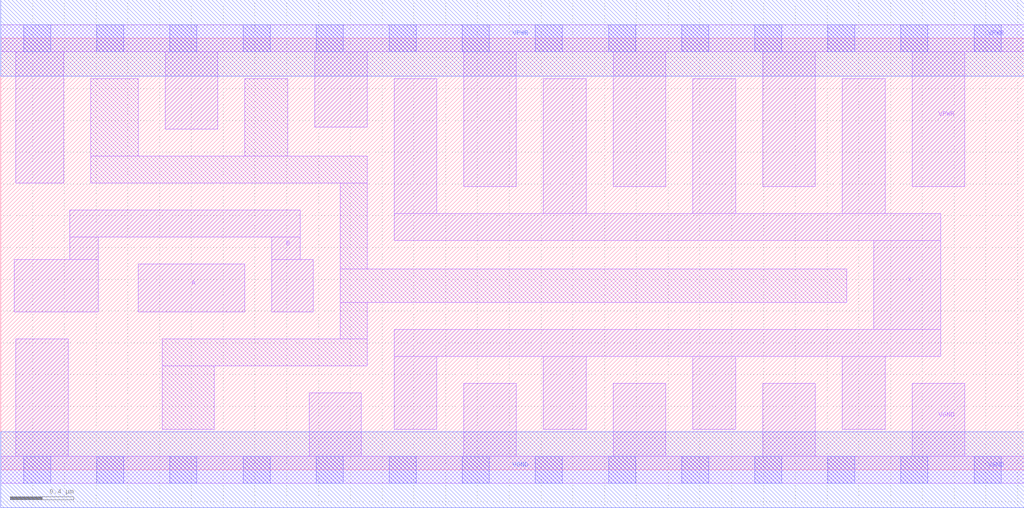
<source format=lef>
# Copyright 2020 The SkyWater PDK Authors
#
# Licensed under the Apache License, Version 2.0 (the "License");
# you may not use this file except in compliance with the License.
# You may obtain a copy of the License at
#
#     https://www.apache.org/licenses/LICENSE-2.0
#
# Unless required by applicable law or agreed to in writing, software
# distributed under the License is distributed on an "AS IS" BASIS,
# WITHOUT WARRANTIES OR CONDITIONS OF ANY KIND, either express or implied.
# See the License for the specific language governing permissions and
# limitations under the License.
#
# SPDX-License-Identifier: Apache-2.0

VERSION 5.7 ;
  NAMESCASESENSITIVE ON ;
  NOWIREEXTENSIONATPIN ON ;
  DIVIDERCHAR "/" ;
  BUSBITCHARS "[]" ;
UNITS
  DATABASE MICRONS 200 ;
END UNITS
PROPERTYDEFINITIONS
  MACRO maskLayoutSubType STRING ;
  MACRO prCellType STRING ;
  MACRO originalViewName STRING ;
END PROPERTYDEFINITIONS
MACRO sky130_fd_sc_hdll__and2_8
  CLASS CORE ;
  FOREIGN sky130_fd_sc_hdll__and2_8 ;
  ORIGIN  0.000000  0.000000 ;
  SIZE  6.440000 BY  2.720000 ;
  SYMMETRY X Y R90 ;
  SITE unithd ;
  PIN A
    ANTENNAGATEAREA  0.555000 ;
    DIRECTION INPUT ;
    USE SIGNAL ;
    PORT
      LAYER li1 ;
        RECT 0.865000 0.995000 1.535000 1.295000 ;
    END
  END A
  PIN B
    ANTENNAGATEAREA  0.555000 ;
    DIRECTION INPUT ;
    USE SIGNAL ;
    PORT
      LAYER li1 ;
        RECT 0.085000 0.995000 0.615000 1.325000 ;
        RECT 0.435000 1.325000 0.615000 1.465000 ;
        RECT 0.435000 1.465000 1.885000 1.635000 ;
        RECT 1.705000 0.995000 1.965000 1.325000 ;
        RECT 1.705000 1.325000 1.885000 1.465000 ;
    END
  END B
  PIN VGND
    ANTENNADIFFAREA  1.456000 ;
    DIRECTION INOUT ;
    USE SIGNAL ;
    PORT
      LAYER li1 ;
        RECT 0.000000 -0.085000 6.440000 0.085000 ;
        RECT 0.095000  0.085000 0.425000 0.825000 ;
        RECT 1.940000  0.085000 2.270000 0.485000 ;
        RECT 2.915000  0.085000 3.245000 0.545000 ;
        RECT 3.855000  0.085000 4.185000 0.545000 ;
        RECT 4.795000  0.085000 5.125000 0.545000 ;
        RECT 5.735000  0.085000 6.065000 0.545000 ;
      LAYER mcon ;
        RECT 0.145000 -0.085000 0.315000 0.085000 ;
        RECT 0.605000 -0.085000 0.775000 0.085000 ;
        RECT 1.065000 -0.085000 1.235000 0.085000 ;
        RECT 1.525000 -0.085000 1.695000 0.085000 ;
        RECT 1.985000 -0.085000 2.155000 0.085000 ;
        RECT 2.445000 -0.085000 2.615000 0.085000 ;
        RECT 2.905000 -0.085000 3.075000 0.085000 ;
        RECT 3.365000 -0.085000 3.535000 0.085000 ;
        RECT 3.825000 -0.085000 3.995000 0.085000 ;
        RECT 4.285000 -0.085000 4.455000 0.085000 ;
        RECT 4.745000 -0.085000 4.915000 0.085000 ;
        RECT 5.205000 -0.085000 5.375000 0.085000 ;
        RECT 5.665000 -0.085000 5.835000 0.085000 ;
        RECT 6.125000 -0.085000 6.295000 0.085000 ;
      LAYER met1 ;
        RECT 0.000000 -0.240000 6.440000 0.240000 ;
    END
  END VGND
  PIN VPWR
    ANTENNADIFFAREA  2.010000 ;
    DIRECTION INOUT ;
    USE SIGNAL ;
    PORT
      LAYER li1 ;
        RECT 0.000000 2.635000 6.440000 2.805000 ;
        RECT 0.095000 1.805000 0.395000 2.635000 ;
        RECT 1.035000 2.145000 1.365000 2.635000 ;
        RECT 1.975000 2.160000 2.305000 2.635000 ;
        RECT 2.915000 1.785000 3.245000 2.635000 ;
        RECT 3.855000 1.785000 4.185000 2.635000 ;
        RECT 4.795000 1.785000 5.125000 2.635000 ;
        RECT 5.735000 1.785000 6.065000 2.635000 ;
      LAYER mcon ;
        RECT 0.145000 2.635000 0.315000 2.805000 ;
        RECT 0.605000 2.635000 0.775000 2.805000 ;
        RECT 1.065000 2.635000 1.235000 2.805000 ;
        RECT 1.525000 2.635000 1.695000 2.805000 ;
        RECT 1.985000 2.635000 2.155000 2.805000 ;
        RECT 2.445000 2.635000 2.615000 2.805000 ;
        RECT 2.905000 2.635000 3.075000 2.805000 ;
        RECT 3.365000 2.635000 3.535000 2.805000 ;
        RECT 3.825000 2.635000 3.995000 2.805000 ;
        RECT 4.285000 2.635000 4.455000 2.805000 ;
        RECT 4.745000 2.635000 4.915000 2.805000 ;
        RECT 5.205000 2.635000 5.375000 2.805000 ;
        RECT 5.665000 2.635000 5.835000 2.805000 ;
        RECT 6.125000 2.635000 6.295000 2.805000 ;
      LAYER met1 ;
        RECT 0.000000 2.480000 6.440000 2.960000 ;
    END
  END VPWR
  PIN X
    ANTENNADIFFAREA  1.862000 ;
    DIRECTION OUTPUT ;
    USE SIGNAL ;
    PORT
      LAYER li1 ;
        RECT 2.475000 0.255000 2.745000 0.715000 ;
        RECT 2.475000 0.715000 5.915000 0.885000 ;
        RECT 2.475000 1.445000 5.915000 1.615000 ;
        RECT 2.475000 1.615000 2.745000 2.465000 ;
        RECT 3.415000 0.255000 3.685000 0.715000 ;
        RECT 3.415000 1.615000 3.685000 2.465000 ;
        RECT 4.355000 0.255000 4.625000 0.715000 ;
        RECT 4.355000 1.615000 4.625000 2.465000 ;
        RECT 5.295000 0.255000 5.565000 0.715000 ;
        RECT 5.295000 1.615000 5.565000 2.465000 ;
        RECT 5.495000 0.885000 5.915000 1.445000 ;
    END
  END X
  OBS
    LAYER li1 ;
      RECT 0.565000 1.805000 2.305000 1.975000 ;
      RECT 0.565000 1.975000 0.865000 2.465000 ;
      RECT 1.015000 0.255000 1.345000 0.655000 ;
      RECT 1.015000 0.655000 2.305000 0.825000 ;
      RECT 1.535000 1.975000 1.805000 2.465000 ;
      RECT 2.135000 0.825000 2.305000 1.055000 ;
      RECT 2.135000 1.055000 5.325000 1.265000 ;
      RECT 2.135000 1.265000 2.305000 1.805000 ;
  END
  PROPERTY maskLayoutSubType "abstract" ;
  PROPERTY prCellType "standard" ;
  PROPERTY originalViewName "layout" ;
END sky130_fd_sc_hdll__and2_8

</source>
